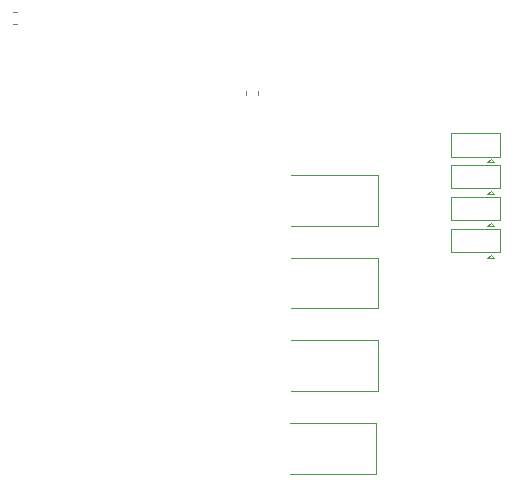
<source format=gbr>
%TF.GenerationSoftware,KiCad,Pcbnew,5.1.6-c6e7f7d~87~ubuntu18.04.1*%
%TF.CreationDate,2022-03-05T00:23:36+01:00*%
%TF.ProjectId,door_if2,646f6f72-5f69-4663-922e-6b696361645f,rev?*%
%TF.SameCoordinates,Original*%
%TF.FileFunction,Legend,Bot*%
%TF.FilePolarity,Positive*%
%FSLAX46Y46*%
G04 Gerber Fmt 4.6, Leading zero omitted, Abs format (unit mm)*
G04 Created by KiCad (PCBNEW 5.1.6-c6e7f7d~87~ubuntu18.04.1) date 2022-03-05 00:23:36*
%MOMM*%
%LPD*%
G01*
G04 APERTURE LIST*
%ADD10C,0.120000*%
G04 APERTURE END LIST*
D10*
%TO.C,D2*%
X132500000Y-106850000D02*
X132500000Y-111150000D01*
X132500000Y-111150000D02*
X125200000Y-111150000D01*
X132500000Y-106850000D02*
X125200000Y-106850000D01*
%TO.C,D4*%
X132600000Y-99850000D02*
X125300000Y-99850000D01*
X132600000Y-104150000D02*
X125300000Y-104150000D01*
X132600000Y-99850000D02*
X132600000Y-104150000D01*
%TO.C,D6*%
X132600000Y-92850000D02*
X132600000Y-97150000D01*
X132600000Y-97150000D02*
X125300000Y-97150000D01*
X132600000Y-92850000D02*
X125300000Y-92850000D01*
%TO.C,D8*%
X132600000Y-85850000D02*
X132600000Y-90150000D01*
X132600000Y-90150000D02*
X125300000Y-90150000D01*
X132600000Y-85850000D02*
X125300000Y-85850000D01*
%TO.C,JP13*%
X142200000Y-92600000D02*
X141900000Y-92900000D01*
X142500000Y-92900000D02*
X141900000Y-92900000D01*
X142200000Y-92600000D02*
X142500000Y-92900000D01*
X142950000Y-92400000D02*
X142950000Y-90400000D01*
X138850000Y-92400000D02*
X142950000Y-92400000D01*
X138850000Y-90400000D02*
X138850000Y-92400000D01*
X142950000Y-90400000D02*
X138850000Y-90400000D01*
%TO.C,JP14*%
X142950000Y-87700000D02*
X138850000Y-87700000D01*
X138850000Y-87700000D02*
X138850000Y-89700000D01*
X138850000Y-89700000D02*
X142950000Y-89700000D01*
X142950000Y-89700000D02*
X142950000Y-87700000D01*
X142200000Y-89900000D02*
X142500000Y-90200000D01*
X142500000Y-90200000D02*
X141900000Y-90200000D01*
X142200000Y-89900000D02*
X141900000Y-90200000D01*
%TO.C,JP15*%
X142200000Y-87200000D02*
X141900000Y-87500000D01*
X142500000Y-87500000D02*
X141900000Y-87500000D01*
X142200000Y-87200000D02*
X142500000Y-87500000D01*
X142950000Y-87000000D02*
X142950000Y-85000000D01*
X138850000Y-87000000D02*
X142950000Y-87000000D01*
X138850000Y-85000000D02*
X138850000Y-87000000D01*
X142950000Y-85000000D02*
X138850000Y-85000000D01*
%TO.C,JP16*%
X142950000Y-82300000D02*
X138850000Y-82300000D01*
X138850000Y-82300000D02*
X138850000Y-84300000D01*
X138850000Y-84300000D02*
X142950000Y-84300000D01*
X142950000Y-84300000D02*
X142950000Y-82300000D01*
X142200000Y-84500000D02*
X142500000Y-84800000D01*
X142500000Y-84800000D02*
X141900000Y-84800000D01*
X142200000Y-84500000D02*
X141900000Y-84800000D01*
%TO.C,R21*%
X101728733Y-72090000D02*
X102071267Y-72090000D01*
X101728733Y-73110000D02*
X102071267Y-73110000D01*
%TO.C,R22*%
X122510000Y-78728733D02*
X122510000Y-79071267D01*
X121490000Y-78728733D02*
X121490000Y-79071267D01*
%TD*%
M02*

</source>
